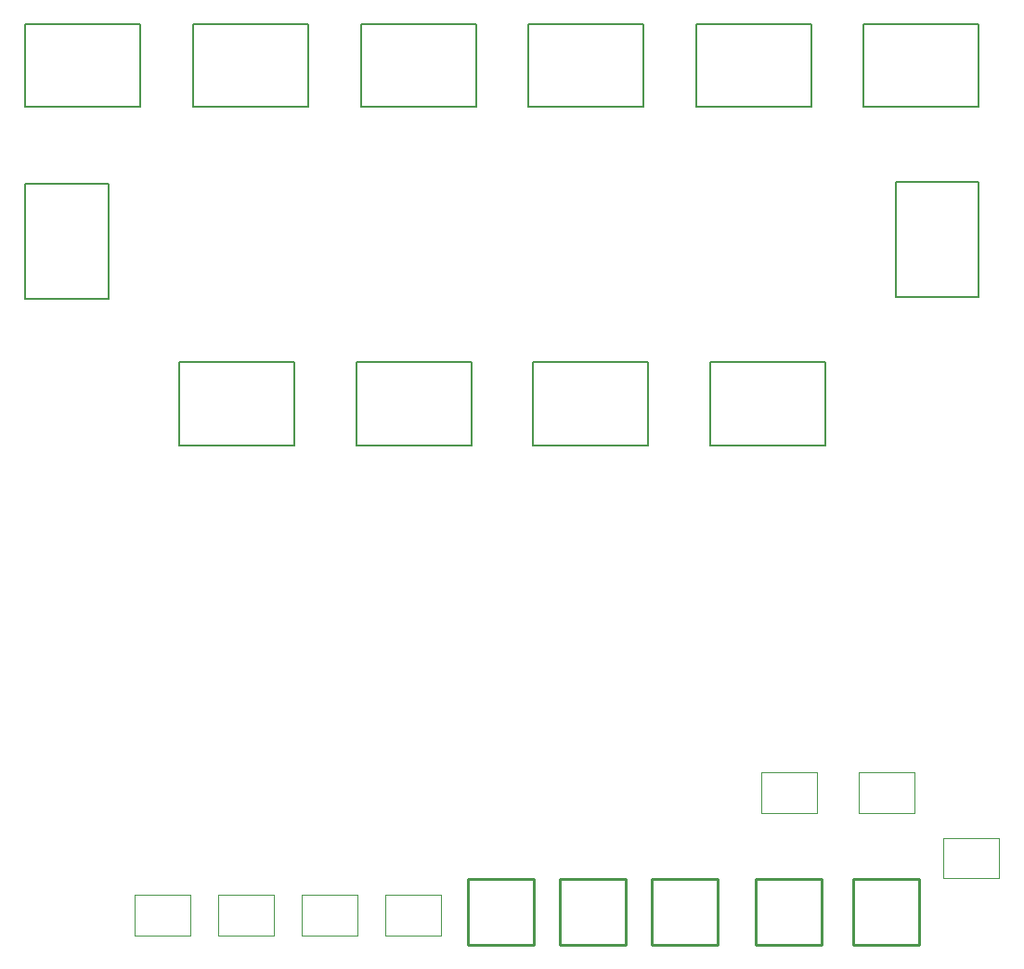
<source format=gbr>
%TF.GenerationSoftware,Altium Limited,Altium Designer,21.8.1 (53)*%
G04 Layer_Color=16711935*
%FSLAX43Y43*%
%MOMM*%
%TF.SameCoordinates,048A42BD-2BC6-4B9E-88CB-C2FB4D5E15D7*%
%TF.FilePolarity,Positive*%
%TF.FileFunction,Other,Mechanical_13*%
%TF.Part,Single*%
G01*
G75*
%TA.AperFunction,NonConductor*%
%ADD11C,0.254*%
%ADD31C,0.100*%
%ADD32C,0.200*%
D11*
X52776Y4305D02*
Y10295D01*
X58766D01*
Y4305D02*
Y10295D01*
X52776Y4305D02*
X58766D01*
X70665D02*
Y10295D01*
X76655D01*
Y4305D02*
Y10295D01*
X70665Y4305D02*
X76655D01*
X61140D02*
Y10295D01*
X67130D01*
Y4305D02*
Y10295D01*
X61140Y4305D02*
X67130D01*
X44412D02*
Y10295D01*
X50402D01*
Y4305D02*
Y10295D01*
X44412Y4305D02*
X50402D01*
X79555D02*
Y10295D01*
X85545D01*
Y4305D02*
Y10295D01*
X79555Y4305D02*
X85545D01*
D31*
X87747Y14042D02*
X92847D01*
Y10342D02*
Y14042D01*
X87747Y10342D02*
X92847D01*
X87747D02*
Y14042D01*
X79984Y20011D02*
X85084D01*
Y16311D02*
Y20011D01*
X79984Y16311D02*
X85084D01*
X79984D02*
Y20011D01*
X13960Y8835D02*
X19060D01*
Y5135D02*
Y8835D01*
X13960Y5135D02*
X19060D01*
X13960D02*
Y8835D01*
X21580D02*
X26680D01*
Y5135D02*
Y8835D01*
X21580Y5135D02*
X26680D01*
X21580D02*
Y8835D01*
X29200D02*
X34300D01*
Y5135D02*
Y8835D01*
X29200Y5135D02*
X34300D01*
X29200D02*
Y8835D01*
X36820D02*
X41920D01*
Y5135D02*
Y8835D01*
X36820Y5135D02*
X41920D01*
X36820D02*
Y8835D01*
X71094Y20011D02*
X76194D01*
Y16311D02*
Y20011D01*
X71094Y16311D02*
X76194D01*
X71094D02*
Y20011D01*
D32*
X80470Y80702D02*
Y88302D01*
Y80702D02*
X90970D01*
Y88302D01*
X80470D02*
X90970D01*
X65182Y80702D02*
Y88302D01*
Y80702D02*
X75682D01*
Y88302D01*
X65182D02*
X75682D01*
X49894Y80702D02*
Y88302D01*
Y80702D02*
X60394D01*
Y88302D01*
X49894D02*
X60394D01*
X34606Y80702D02*
Y88302D01*
Y80702D02*
X45106D01*
Y88302D01*
X34606D02*
X45106D01*
X19318Y80702D02*
Y88302D01*
Y80702D02*
X29818D01*
Y88302D01*
X19318D02*
X29818D01*
X4030Y80702D02*
Y88302D01*
Y80702D02*
X14530D01*
Y88302D01*
X4030D02*
X14530D01*
X4030Y63218D02*
X11630D01*
Y73718D01*
X4030D02*
X11630D01*
X4030Y63218D02*
Y73718D01*
X83370Y73908D02*
X90970D01*
X83370Y63408D02*
Y73908D01*
Y63408D02*
X90970D01*
Y73908D01*
X66443Y57424D02*
X76943D01*
Y49824D02*
Y57424D01*
X66443Y49824D02*
X76943D01*
X66443D02*
Y57424D01*
X50314D02*
X60814D01*
Y49824D02*
Y57424D01*
X50314Y49824D02*
X60814D01*
X50314D02*
Y57424D01*
X34185D02*
X44685D01*
Y49824D02*
Y57424D01*
X34185Y49824D02*
X44685D01*
X34185D02*
Y57424D01*
X18056D02*
X28556D01*
Y49824D02*
Y57424D01*
X18056Y49824D02*
X28556D01*
X18056D02*
Y57424D01*
%TF.MD5,ded0c133ccfdd99c20e3278a8a44e0b6*%
M02*

</source>
